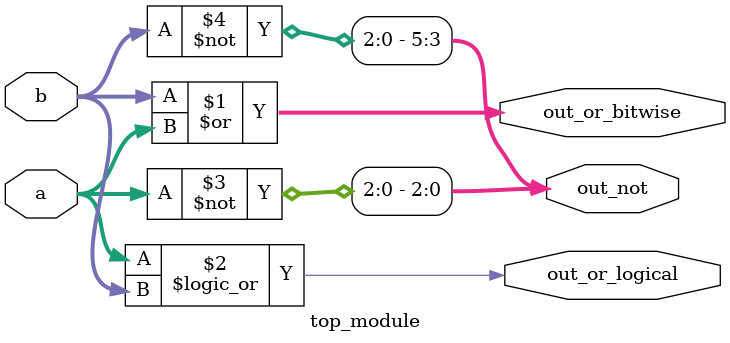
<source format=v>

module top_module( 
    input [2:0] a,
    input [2:0] b,
    output [2:0] out_or_bitwise,
    output out_or_logical,
    output [5:0] out_not
);
	assign out_or_bitwise=b|a;
    assign out_or_logical=a||b;
    assign out_not={~b,~a};
endmodule

</source>
